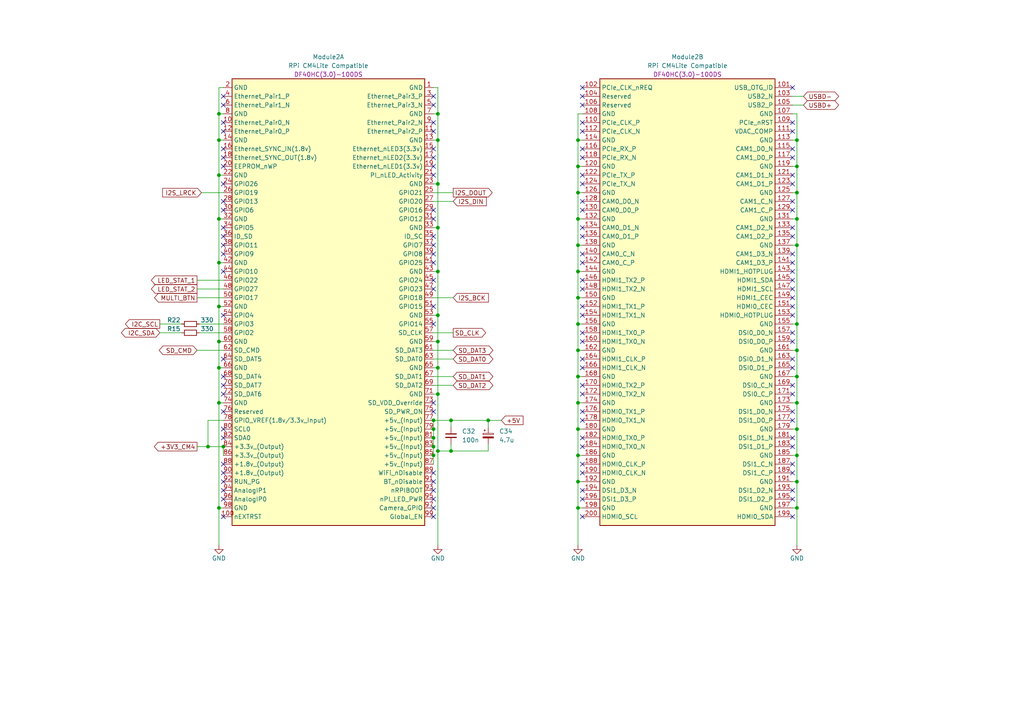
<source format=kicad_sch>
(kicad_sch (version 20230121) (generator eeschema)
  (paper "A4")
  (lib_symbols
    (symbol "Device:C_Polarized_Small" (pin_numbers hide) (pin_names (offset 0.254) hide)
      (property "Reference" "C" (at 0.254 1.778 0))
      (property "Value" "C_Polarized_Small" (at 0.254 -2.032 0))
      (symbol "C_Polarized_Small_0_1"
        (rectangle (start -1.524 -0.3048) (end 1.524 -0.6858) (fill (type outline)))
        (rectangle (start -1.524 0.6858) (end 1.524 0.3048))
        (polyline (pts (xy -1.27 1.524) (xy -0.762 1.524)))
        (polyline (pts (xy -1.016 1.27) (xy -1.016 1.778)))
      )
      (symbol "C_Polarized_Small_1_1"
        (pin passive line (at 0 2.54 270) (length 1.8542) (name "~") (number "1"))
        (pin passive line (at 0 -2.54 90) (length 1.8542) (name "~") (number "2"))
      )
    )
    (symbol "Device:C_Small" (pin_numbers hide) (pin_names (offset 0.254) hide)
      (property "Reference" "C" (at 0.254 1.778 0))
      (property "Value" "C_Small" (at 0.254 -2.032 0))
      (symbol "C_Small_0_1"
        (polyline (pts (xy -1.524 -0.508) (xy 1.524 -0.508)) (stroke (width 0.3302)))
        (polyline (pts (xy -1.524 0.508) (xy 1.524 0.508)) (stroke (width 0.3048)))
      )
      (symbol "C_Small_1_1"
        (pin passive line (at 0 2.54 270) (length 2.032) (name "~") (number "1"))
        (pin passive line (at 0 -2.54 90) (length 2.032) (name "~") (number "2"))
      )
    )
    (symbol "Device:R_Small" (pin_numbers hide) (pin_names (offset 0.254) hide)
      (property "Reference" "R" (at 0.762 0.508 0))
      (property "Value" "R_Small" (at 0.762 -1.016 0))
      (symbol "R_Small_0_1"
        (rectangle (start -0.762 1.778) (end 0.762 -1.778) (stroke (width 0.2032)))
      )
      (symbol "R_Small_1_1"
        (pin passive line (at 0 2.54 270) (length 0.762) (name "~") (number "1"))
        (pin passive line (at 0 -2.54 90) (length 0.762) (name "~") (number "2"))
      )
    )
    (symbol "NeuralTone:RPi_CM4"
      (property "Reference" "Module" (at 0 67.945 0))
      (property "Value" "RPi CM4Lite Compatible" (at 0 65.405 0))
      (property "Field5" "DF40HC(3.0)-100DS" (at 0 60.325 0))
      (symbol "RPi_CM4_1_1"
        (rectangle (start -27.94 58.42) (end 27.94 -71.12) (stroke (width 0.254)) (fill (type background)))
        (pin power_in line (at 30.48 55.88 180) (length 2.54) (name "GND") (number "1"))
        (pin passive line (at -30.48 45.72 0) (length 2.54) (name "Ethernet_Pair0_N") (number "10"))
        (pin output line (at -30.48 -68.58 0) (length 2.54) (name "nEXTRST") (number "100"))
        (pin passive line (at 30.48 43.18 180) (length 2.54) (name "Ethernet_Pair2_P") (number "11"))
        (pin passive line (at -30.48 43.18 0) (length 2.54) (name "Ethernet_Pair0_P") (number "12"))
        (pin power_in line (at 30.48 40.64 180) (length 2.54) (name "GND") (number "13"))
        (pin power_in line (at -30.48 40.64 0) (length 2.54) (name "GND") (number "14"))
        (pin output line (at 30.48 38.1 180) (length 2.54) (name "Ethernet_nLED3(3.3v)") (number "15"))
        (pin input line (at -30.48 38.1 0) (length 2.54) (name "Ethernet_SYNC_IN(1.8v)") (number "16"))
        (pin output line (at 30.48 35.56 180) (length 2.54) (name "Ethernet_nLED2(3.3v)") (number "17"))
        (pin input line (at -30.48 35.56 0) (length 2.54) (name "Ethernet_SYNC_OUT(1.8v)") (number "18"))
        (pin output line (at 30.48 33.02 180) (length 2.54) (name "Ethernet_nLED1(3.3v)") (number "19"))
        (pin power_in line (at -30.48 55.88 0) (length 2.54) (name "GND") (number "2"))
        (pin passive line (at -30.48 33.02 0) (length 2.54) (name "EEPROM_nWP") (number "20"))
        (pin open_collector line (at 30.48 30.48 180) (length 2.54) (name "PI_nLED_Activity") (number "21"))
        (pin power_in line (at -30.48 30.48 0) (length 2.54) (name "GND") (number "22"))
        (pin power_in line (at 30.48 27.94 180) (length 2.54) (name "GND") (number "23"))
        (pin passive line (at -30.48 27.94 0) (length 2.54) (name "GPIO26") (number "24"))
        (pin passive line (at 30.48 25.4 180) (length 2.54) (name "GPIO21") (number "25"))
        (pin passive line (at -30.48 25.4 0) (length 2.54) (name "GPIO19") (number "26"))
        (pin passive line (at 30.48 22.86 180) (length 2.54) (name "GPIO20") (number "27"))
        (pin passive line (at -30.48 22.86 0) (length 2.54) (name "GPIO13") (number "28"))
        (pin passive line (at 30.48 20.32 180) (length 2.54) (name "GPIO16") (number "29"))
        (pin passive line (at 30.48 53.34 180) (length 2.54) (name "Ethernet_Pair3_P") (number "3"))
        (pin passive line (at -30.48 20.32 0) (length 2.54) (name "GPIO6") (number "30"))
        (pin passive line (at 30.48 17.78 180) (length 2.54) (name "GPIO12") (number "31"))
        (pin power_in line (at -30.48 17.78 0) (length 2.54) (name "GND") (number "32"))
        (pin power_in line (at 30.48 15.24 180) (length 2.54) (name "GND") (number "33"))
        (pin passive line (at -30.48 15.24 0) (length 2.54) (name "GPIO5") (number "34"))
        (pin passive line (at 30.48 12.7 180) (length 2.54) (name "ID_SC") (number "35"))
        (pin passive line (at -30.48 12.7 0) (length 2.54) (name "ID_SD") (number "36"))
        (pin passive line (at 30.48 10.16 180) (length 2.54) (name "GPIO7") (number "37"))
        (pin passive line (at -30.48 10.16 0) (length 2.54) (name "GPIO11") (number "38"))
        (pin passive line (at 30.48 7.62 180) (length 2.54) (name "GPIO8") (number "39"))
        (pin passive line (at -30.48 53.34 0) (length 2.54) (name "Ethernet_Pair1_P") (number "4"))
        (pin passive line (at -30.48 7.62 0) (length 2.54) (name "GPIO9") (number "40"))
        (pin passive line (at 30.48 5.08 180) (length 2.54) (name "GPIO25") (number "41"))
        (pin power_in line (at -30.48 5.08 0) (length 2.54) (name "GND") (number "42"))
        (pin power_in line (at 30.48 2.54 180) (length 2.54) (name "GND") (number "43"))
        (pin passive line (at -30.48 2.54 0) (length 2.54) (name "GPIO10") (number "44"))
        (pin passive line (at 30.48 0 180) (length 2.54) (name "GPIO24") (number "45"))
        (pin passive line (at -30.48 0 0) (length 2.54) (name "GPIO22") (number "46"))
        (pin passive line (at 30.48 -2.54 180) (length 2.54) (name "GPIO23") (number "47"))
        (pin passive line (at -30.48 -2.54 0) (length 2.54) (name "GPIO27") (number "48"))
        (pin passive line (at 30.48 -5.08 180) (length 2.54) (name "GPIO18") (number "49"))
        (pin passive line (at 30.48 50.8 180) (length 2.54) (name "Ethernet_Pair3_N") (number "5"))
        (pin passive line (at -30.48 -5.08 0) (length 2.54) (name "GPIO17") (number "50"))
        (pin passive line (at 30.48 -7.62 180) (length 2.54) (name "GPIO15") (number "51"))
        (pin power_in line (at -30.48 -7.62 0) (length 2.54) (name "GND") (number "52"))
        (pin power_in line (at 30.48 -10.16 180) (length 2.54) (name "GND") (number "53"))
        (pin passive line (at -30.48 -10.16 0) (length 2.54) (name "GPIO4") (number "54"))
        (pin passive line (at 30.48 -12.7 180) (length 2.54) (name "GPIO14") (number "55"))
        (pin passive line (at -30.48 -12.7 0) (length 2.54) (name "GPIO3") (number "56"))
        (pin passive line (at 30.48 -15.24 180) (length 2.54) (name "SD_CLK") (number "57"))
        (pin passive line (at -30.48 -15.24 0) (length 2.54) (name "GPIO2") (number "58"))
        (pin power_in line (at 30.48 -17.78 180) (length 2.54) (name "GND") (number "59"))
        (pin passive line (at -30.48 50.8 0) (length 2.54) (name "Ethernet_Pair1_N") (number "6"))
        (pin power_in line (at -30.48 -17.78 0) (length 2.54) (name "GND") (number "60"))
        (pin passive line (at 30.48 -20.32 180) (length 2.54) (name "SD_DAT3") (number "61"))
        (pin passive line (at -30.48 -20.32 0) (length 2.54) (name "SD_CMD") (number "62"))
        (pin passive line (at 30.48 -22.86 180) (length 2.54) (name "SD_DAT0") (number "63"))
        (pin passive line (at -30.48 -22.86 0) (length 2.54) (name "SD_DAT5") (number "64"))
        (pin power_in line (at 30.48 -25.4 180) (length 2.54) (name "GND") (number "65"))
        (pin power_in line (at -30.48 -25.4 0) (length 2.54) (name "GND") (number "66"))
        (pin passive line (at 30.48 -27.94 180) (length 2.54) (name "SD_DAT1") (number "67"))
        (pin passive line (at -30.48 -27.94 0) (length 2.54) (name "SD_DAT4") (number "68"))
        (pin passive line (at 30.48 -30.48 180) (length 2.54) (name "SD_DAT2") (number "69"))
        (pin power_in line (at 30.48 48.26 180) (length 2.54) (name "GND") (number "7"))
        (pin passive line (at -30.48 -30.48 0) (length 2.54) (name "SD_DAT7") (number "70"))
        (pin power_in line (at 30.48 -33.02 180) (length 2.54) (name "GND") (number "71"))
        (pin passive line (at -30.48 -33.02 0) (length 2.54) (name "SD_DAT6") (number "72"))
        (pin input line (at 30.48 -35.56 180) (length 2.54) (name "SD_VDD_Override") (number "73"))
        (pin power_in line (at -30.48 -35.56 0) (length 2.54) (name "GND") (number "74"))
        (pin output line (at 30.48 -38.1 180) (length 2.54) (name "SD_PWR_ON") (number "75"))
        (pin passive line (at -30.48 -38.1 0) (length 2.54) (name "Reserved") (number "76"))
        (pin power_in line (at 30.48 -40.64 180) (length 2.54) (name "+5v_(Input)") (number "77"))
        (pin power_in line (at -30.48 -40.64 0) (length 2.54) (name "GPIO_VREF(1.8v/3.3v_Input)") (number "78"))
        (pin power_in line (at 30.48 -43.18 180) (length 2.54) (name "+5v_(Input)") (number "79"))
        (pin power_in line (at -30.48 48.26 0) (length 2.54) (name "GND") (number "8"))
        (pin passive line (at -30.48 -43.18 0) (length 2.54) (name "SCL0") (number "80"))
        (pin power_in line (at 30.48 -45.72 180) (length 2.54) (name "+5v_(Input)") (number "81"))
        (pin passive line (at -30.48 -45.72 0) (length 2.54) (name "SDA0") (number "82"))
        (pin power_in line (at 30.48 -48.26 180) (length 2.54) (name "+5v_(Input)") (number "83"))
        (pin power_out line (at -30.48 -48.26 0) (length 2.54) (name "+3.3v_(Output)") (number "84"))
        (pin power_in line (at 30.48 -50.8 180) (length 2.54) (name "+5v_(Input)") (number "85"))
        (pin power_out line (at -30.48 -50.8 0) (length 2.54) (name "+3.3v_(Output)") (number "86"))
        (pin power_in line (at 30.48 -53.34 180) (length 2.54) (name "+5v_(Input)") (number "87"))
        (pin power_out line (at -30.48 -53.34 0) (length 2.54) (name "+1.8v_(Output)") (number "88"))
        (pin power_in line (at 30.48 -55.88 180) (length 2.54) (name "WiFi_nDisable") (number "89"))
        (pin passive line (at 30.48 45.72 180) (length 2.54) (name "Ethernet_Pair2_N") (number "9"))
        (pin power_out line (at -30.48 -55.88 0) (length 2.54) (name "+1.8v_(Output)") (number "90"))
        (pin power_in line (at 30.48 -58.42 180) (length 2.54) (name "BT_nDisable") (number "91"))
        (pin passive line (at -30.48 -58.42 0) (length 2.54) (name "RUN_PG") (number "92"))
        (pin input line (at 30.48 -60.96 180) (length 2.54) (name "nRPIBOOT") (number "93"))
        (pin passive line (at -30.48 -60.96 0) (length 2.54) (name "AnalogIP1") (number "94"))
        (pin output line (at 30.48 -63.5 180) (length 2.54) (name "nPI_LED_PWR") (number "95"))
        (pin passive line (at -30.48 -63.5 0) (length 2.54) (name "AnalogIP0") (number "96"))
        (pin passive line (at 30.48 -66.04 180) (length 2.54) (name "Camera_GPIO") (number "97"))
        (pin power_in line (at -30.48 -66.04 0) (length 2.54) (name "GND") (number "98"))
        (pin input line (at 30.48 -68.58 180) (length 2.54) (name "Global_EN") (number "99"))
      )
      (symbol "RPi_CM4_2_1"
        (rectangle (start -25.4 58.42) (end 25.4 -71.12) (stroke (width 0.254)) (fill (type background)))
        (pin input line (at 30.48 55.88 180) (length 5.08) (name "USB_OTG_ID") (number "101"))
        (pin input line (at -30.48 55.88 0) (length 5.08) (name "PCIe_CLK_nREQ") (number "102"))
        (pin passive line (at 30.48 53.34 180) (length 5.08) (name "USB2_N") (number "103"))
        (pin passive line (at -30.48 53.34 0) (length 5.08) (name "Reserved") (number "104"))
        (pin passive line (at 30.48 50.8 180) (length 5.08) (name "USB2_P") (number "105"))
        (pin passive line (at -30.48 50.8 0) (length 5.08) (name "Reserved") (number "106"))
        (pin power_in line (at 30.48 48.26 180) (length 5.08) (name "GND") (number "107"))
        (pin power_in line (at -30.48 48.26 0) (length 5.08) (name "GND") (number "108"))
        (pin bidirectional line (at 30.48 45.72 180) (length 5.08) (name "PCIe_nRST") (number "109"))
        (pin output line (at -30.48 45.72 0) (length 5.08) (name "PCIe_CLK_P") (number "110"))
        (pin passive line (at 30.48 43.18 180) (length 5.08) (name "VDAC_COMP") (number "111"))
        (pin output line (at -30.48 43.18 0) (length 5.08) (name "PCIe_CLK_N") (number "112"))
        (pin power_in line (at 30.48 40.64 180) (length 5.08) (name "GND") (number "113"))
        (pin power_in line (at -30.48 40.64 0) (length 5.08) (name "GND") (number "114"))
        (pin input line (at 30.48 38.1 180) (length 5.08) (name "CAM1_D0_N") (number "115"))
        (pin input line (at -30.48 38.1 0) (length 5.08) (name "PCIe_RX_P") (number "116"))
        (pin input line (at 30.48 35.56 180) (length 5.08) (name "CAM1_D0_P") (number "117"))
        (pin input line (at -30.48 35.56 0) (length 5.08) (name "PCIe_RX_N") (number "118"))
        (pin power_in line (at 30.48 33.02 180) (length 5.08) (name "GND") (number "119"))
        (pin power_in line (at -30.48 33.02 0) (length 5.08) (name "GND") (number "120"))
        (pin input line (at 30.48 30.48 180) (length 5.08) (name "CAM1_D1_N") (number "121"))
        (pin output line (at -30.48 30.48 0) (length 5.08) (name "PCIe_TX_P") (number "122"))
        (pin input line (at 30.48 27.94 180) (length 5.08) (name "CAM1_D1_P") (number "123"))
        (pin output line (at -30.48 27.94 0) (length 5.08) (name "PCIe_TX_N") (number "124"))
        (pin power_in line (at 30.48 25.4 180) (length 5.08) (name "GND") (number "125"))
        (pin power_in line (at -30.48 25.4 0) (length 5.08) (name "GND") (number "126"))
        (pin input line (at 30.48 22.86 180) (length 5.08) (name "CAM1_C_N") (number "127"))
        (pin input line (at -30.48 22.86 0) (length 5.08) (name "CAM0_D0_N") (number "128"))
        (pin input line (at 30.48 20.32 180) (length 5.08) (name "CAM1_C_P") (number "129"))
        (pin input line (at -30.48 20.32 0) (length 5.08) (name "CAM0_D0_P") (number "130"))
        (pin power_in line (at 30.48 17.78 180) (length 5.08) (name "GND") (number "131"))
        (pin power_in line (at -30.48 17.78 0) (length 5.08) (name "GND") (number "132"))
        (pin input line (at 30.48 15.24 180) (length 5.08) (name "CAM1_D2_N") (number "133"))
        (pin input line (at -30.48 15.24 0) (length 5.08) (name "CAM0_D1_N") (number "134"))
        (pin input line (at 30.48 12.7 180) (length 5.08) (name "CAM1_D2_P") (number "135"))
        (pin input line (at -30.48 12.7 0) (length 5.08) (name "CAM0_D1_P") (number "136"))
        (pin power_in line (at 30.48 10.16 180) (length 5.08) (name "GND") (number "137"))
        (pin power_in line (at -30.48 10.16 0) (length 5.08) (name "GND") (number "138"))
        (pin input line (at 30.48 7.62 180) (length 5.08) (name "CAM1_D3_N") (number "139"))
        (pin input line (at -30.48 7.62 0) (length 5.08) (name "CAM0_C_N") (number "140"))
        (pin input line (at 30.48 5.08 180) (length 5.08) (name "CAM1_D3_P") (number "141"))
        (pin input line (at -30.48 5.08 0) (length 5.08) (name "CAM0_C_P") (number "142"))
        (pin input line (at 30.48 2.54 180) (length 5.08) (name "HDMI1_HOTPLUG") (number "143"))
        (pin power_in line (at -30.48 2.54 0) (length 5.08) (name "GND") (number "144"))
        (pin bidirectional line (at 30.48 0 180) (length 5.08) (name "HDMI1_SDA") (number "145"))
        (pin output line (at -30.48 0 0) (length 5.08) (name "HDMI1_TX2_P") (number "146"))
        (pin open_collector line (at 30.48 -2.54 180) (length 5.08) (name "HDMI1_SCL") (number "147"))
        (pin output line (at -30.48 -2.54 0) (length 5.08) (name "HDMI1_TX2_N") (number "148"))
        (pin open_collector line (at 30.48 -5.08 180) (length 5.08) (name "HDMI1_CEC") (number "149"))
        (pin power_in line (at -30.48 -5.08 0) (length 5.08) (name "GND") (number "150"))
        (pin open_collector line (at 30.48 -7.62 180) (length 5.08) (name "HDMI0_CEC") (number "151"))
        (pin output line (at -30.48 -7.62 0) (length 5.08) (name "HDMI1_TX1_P") (number "152"))
        (pin input line (at 30.48 -10.16 180) (length 5.08) (name "HDMI0_HOTPLUG") (number "153"))
        (pin output line (at -30.48 -10.16 0) (length 5.08) (name "HDMI1_TX1_N") (number "154"))
        (pin power_in line (at 30.48 -12.7 180) (length 5.08) (name "GND") (number "155"))
        (pin power_in line (at -30.48 -12.7 0) (length 5.08) (name "GND") (number "156"))
        (pin output line (at 30.48 -15.24 180) (length 5.08) (name "DSI0_D0_N") (number "157"))
        (pin output line (at -30.48 -15.24 0) (length 5.08) (name "HDMI1_TX0_P") (number "158"))
        (pin output line (at 30.48 -17.78 180) (length 5.08) (name "DSI0_D0_P") (number "159"))
        (pin output line (at -30.48 -17.78 0) (length 5.08) (name "HDMI1_TX0_N") (number "160"))
        (pin power_in line (at 30.48 -20.32 180) (length 5.08) (name "GND") (number "161"))
        (pin power_in line (at -30.48 -20.32 0) (length 5.08) (name "GND") (number "162"))
        (pin output line (at 30.48 -22.86 180) (length 5.08) (name "DSI0_D1_N") (number "163"))
        (pin output line (at -30.48 -22.86 0) (length 5.08) (name "HDMI1_CLK_P") (number "164"))
        (pin output line (at 30.48 -25.4 180) (length 5.08) (name "DSI0_D1_P") (number "165"))
        (pin output line (at -30.48 -25.4 0) (length 5.08) (name "HDMI1_CLK_N") (number "166"))
        (pin power_in line (at 30.48 -27.94 180) (length 5.08) (name "GND") (number "167"))
        (pin power_in line (at -30.48 -27.94 0) (length 5.08) (name "GND") (number "168"))
        (pin output line (at 30.48 -30.48 180) (length 5.08) (name "DSI0_C_N") (number "169"))
        (pin output line (at -30.48 -30.48 0) (length 5.08) (name "HDMI0_TX2_P") (number "170"))
        (pin output line (at 30.48 -33.02 180) (length 5.08) (name "DSI0_C_P") (number "171"))
        (pin output line (at -30.48 -33.02 0) (length 5.08) (name "HDMI0_TX2_N") (number "172"))
        (pin power_in line (at 30.48 -35.56 180) (length 5.08) (name "GND") (number "173"))
        (pin power_in line (at -30.48 -35.56 0) (length 5.08) (name "GND") (number "174"))
        (pin output line (at 30.48 -38.1 180) (length 5.08) (name "DSI1_D0_N") (number "175"))
        (pin output line (at -30.48 -38.1 0) (length 5.08) (name "HDMI0_TX1_P") (number "176"))
        (pin output line (at 30.48 -40.64 180) (length 5.08) (name "DSI1_D0_P") (number "177"))
        (pin output line (at -30.48 -40.64 0) (length 5.08) (name "HDMI0_TX1_N") (number "178"))
        (pin power_in line (at 30.48 -43.18 180) (length 5.08) (name "GND") (number "179"))
        (pin power_in line (at -30.48 -43.18 0) (length 5.08) (name "GND") (number "180"))
        (pin output line (at 30.48 -45.72 180) (length 5.08) (name "DSI1_D1_N") (number "181"))
        (pin output line (at -30.48 -45.72 0) (length 5.08) (name "HDMI0_TX0_P") (number "182"))
        (pin output line (at 30.48 -48.26 180) (length 5.08) (name "DSI1_D1_P") (number "183"))
        (pin output line (at -30.48 -48.26 0) (length 5.08) (name "HDMI0_TX0_N") (number "184"))
        (pin power_in line (at 30.48 -50.8 180) (length 5.08) (name "GND") (number "185"))
        (pin power_in line (at -30.48 -50.8 0) (length 5.08) (name "GND") (number "186"))
        (pin output line (at 30.48 -53.34 180) (length 5.08) (name "DSI1_C_N") (number "187"))
        (pin output line (at -30.48 -53.34 0) (length 5.08) (name "HDMI0_CLK_P") (number "188"))
        (pin output line (at 30.48 -55.88 180) (length 5.08) (name "DSI1_C_P") (number "189"))
        (pin output line (at -30.48 -55.88 0) (length 5.08) (name "HDMI0_CLK_N") (number "190"))
        (pin power_in line (at 30.48 -58.42 180) (length 5.08) (name "GND") (number "191"))
        (pin power_in line (at -30.48 -58.42 0) (length 5.08) (name "GND") (number "192"))
        (pin output line (at 30.48 -60.96 180) (length 5.08) (name "DSI1_D2_N") (number "193"))
        (pin output line (at -30.48 -60.96 0) (length 5.08) (name "DSI1_D3_N") (number "194"))
        (pin output line (at 30.48 -63.5 180) (length 5.08) (name "DSI1_D2_P") (number "195"))
        (pin output line (at -30.48 -63.5 0) (length 5.08) (name "DSI1_D3_P") (number "196"))
        (pin power_in line (at 30.48 -66.04 180) (length 5.08) (name "GND") (number "197"))
        (pin power_in line (at -30.48 -66.04 0) (length 5.08) (name "GND") (number "198"))
        (pin bidirectional line (at 30.48 -68.58 180) (length 5.08) (name "HDMI0_SDA") (number "199"))
        (pin open_collector line (at -30.48 -68.58 0) (length 5.08) (name "HDMI0_SCL") (number "200"))
      )
    )
    (symbol "RPi_CM4_1"
      (property "Reference" "Module" (at 0 67.945 0))
      (property "Value" "RPi CM4Lite Compatible" (at 0 65.405 0))
      (property "Field5" "DF40HC(3.0)-100DS" (at 0 60.325 0))
      (symbol "RPi_CM4_1_1_1"
        (rectangle (start -27.94 58.42) (end 27.94 -71.12) (stroke (width 0.254)) (fill (type background)))
        (pin power_in line (at 30.48 55.88 180) (length 2.54) (name "GND") (number "1"))
        (pin passive line (at -30.48 45.72 0) (length 2.54) (name "Ethernet_Pair0_N") (number "10"))
        (pin output line (at -30.48 -68.58 0) (length 2.54) (name "nEXTRST") (number "100"))
        (pin passive line (at 30.48 43.18 180) (length 2.54) (name "Ethernet_Pair2_P") (number "11"))
        (pin passive line (at -30.48 43.18 0) (length 2.54) (name "Ethernet_Pair0_P") (number "12"))
        (pin power_in line (at 30.48 40.64 180) (length 2.54) (name "GND") (number "13"))
        (pin power_in line (at -30.48 40.64 0) (length 2.54) (name "GND") (number "14"))
        (pin output line (at 30.48 38.1 180) (length 2.54) (name "Ethernet_nLED3(3.3v)") (number "15"))
        (pin input line (at -30.48 38.1 0) (length 2.54) (name "Ethernet_SYNC_IN(1.8v)") (number "16"))
        (pin output line (at 30.48 35.56 180) (length 2.54) (name "Ethernet_nLED2(3.3v)") (number "17"))
        (pin input line (at -30.48 35.56 0) (length 2.54) (name "Ethernet_SYNC_OUT(1.8v)") (number "18"))
        (pin output line (at 30.48 33.02 180) (length 2.54) (name "Ethernet_nLED1(3.3v)") (number "19"))
        (pin power_in line (at -30.48 55.88 0) (length 2.54) (name "GND") (number "2"))
        (pin passive line (at -30.48 33.02 0) (length 2.54) (name "EEPROM_nWP") (number "20"))
        (pin open_collector line (at 30.48 30.48 180) (length 2.54) (name "PI_nLED_Activity") (number "21"))
        (pin power_in line (at -30.48 30.48 0) (length 2.54) (name "GND") (number "22"))
        (pin power_in line (at 30.48 27.94 180) (length 2.54) (name "GND") (number "23"))
        (pin passive line (at -30.48 27.94 0) (length 2.54) (name "GPIO26") (number "24"))
        (pin passive line (at 30.48 25.4 180) (length 2.54) (name "GPIO21") (number "25"))
        (pin passive line (at -30.48 25.4 0) (length 2.54) (name "GPIO19") (number "26"))
        (pin passive line (at 30.48 22.86 180) (length 2.54) (name "GPIO20") (number "27"))
        (pin passive line (at -30.48 22.86 0) (length 2.54) (name "GPIO13") (number "28"))
        (pin passive line (at 30.48 20.32 180) (length 2.54) (name "GPIO16") (number "29"))
        (pin passive line (at 30.48 53.34 180) (length 2.54) (name "Ethernet_Pair3_P") (number "3"))
        (pin passive line (at -30.48 20.32 0) (length 2.54) (name "GPIO6") (number "30"))
        (pin passive line (at 30.48 17.78 180) (length 2.54) (name "GPIO12") (number "31"))
        (pin power_in line (at -30.48 17.78 0) (length 2.54) (name "GND") (number "32"))
        (pin power_in line (at 30.48 15.24 180) (length 2.54) (name "GND") (number "33"))
        (pin passive line (at -30.48 15.24 0) (length 2.54) (name "GPIO5") (number "34"))
        (pin passive line (at 30.48 12.7 180) (length 2.54) (name "ID_SC") (number "35"))
        (pin passive line (at -30.48 12.7 0) (length 2.54) (name "ID_SD") (number "36"))
        (pin passive line (at 30.48 10.16 180) (length 2.54) (name "GPIO7") (number "37"))
        (pin passive line (at -30.48 10.16 0) (length 2.54) (name "GPIO11") (number "38"))
        (pin passive line (at 30.48 7.62 180) (length 2.54) (name "GPIO8") (number "39"))
        (pin passive line (at -30.48 53.34 0) (length 2.54) (name "Ethernet_Pair1_P") (number "4"))
        (pin passive line (at -30.48 7.62 0) (length 2.54) (name "GPIO9") (number "40"))
        (pin passive line (at 30.48 5.08 180) (length 2.54) (name "GPIO25") (number "41"))
        (pin power_in line (at -30.48 5.08 0) (length 2.54) (name "GND") (number "42"))
        (pin power_in line (at 30.48 2.54 180) (length 2.54) (name "GND") (number "43"))
        (pin passive line (at -30.48 2.54 0) (length 2.54) (name "GPIO10") (number "44"))
        (pin passive line (at 30.48 0 180) (length 2.54) (name "GPIO24") (number "45"))
        (pin passive line (at -30.48 0 0) (length 2.54) (name "GPIO22") (number "46"))
        (pin passive line (at 30.48 -2.54 180) (length 2.54) (name "GPIO23") (number "47"))
        (pin passive line (at -30.48 -2.54 0) (length 2.54) (name "GPIO27") (number "48"))
        (pin passive line (at 30.48 -5.08 180) (length 2.54) (name "GPIO18") (number "49"))
        (pin passive line (at 30.48 50.8 180) (length 2.54) (name "Ethernet_Pair3_N") (number "5"))
        (pin passive line (at -30.48 -5.08 0) (length 2.54) (name "GPIO17") (number "50"))
        (pin passive line (at 30.48 -7.62 180) (length 2.54) (name "GPIO15") (number "51"))
        (pin power_in line (at -30.48 -7.62 0) (length 2.54) (name "GND") (number "52"))
        (pin power_in line (at 30.48 -10.16 180) (length 2.54) (name "GND") (number "53"))
        (pin passive line (at -30.48 -10.16 0) (length 2.54) (name "GPIO4") (number "54"))
        (pin passive line (at 30.48 -12.7 180) (length 2.54) (name "GPIO14") (number "55"))
        (pin passive line (at -30.48 -12.7 0) (length 2.54) (name "GPIO3") (number "56"))
        (pin passive line (at 30.48 -15.24 180) (length 2.54) (name "SD_CLK") (number "57"))
        (pin passive line (at -30.48 -15.24 0) (length 2.54) (name "GPIO2") (number "58"))
        (pin power_in line (at 30.48 -17.78 180) (length 2.54) (name "GND") (number "59"))
        (pin passive line (at -30.48 50.8 0) (length 2.54) (name "Ethernet_Pair1_N") (number "6"))
        (pin power_in line (at -30.48 -17.78 0) (length 2.54) (name "GND") (number "60"))
        (pin passive line (at 30.48 -20.32 180) (length 2.54) (name "SD_DAT3") (number "61"))
        (pin passive line (at -30.48 -20.32 0) (length 2.54) (name "SD_CMD") (number "62"))
        (pin passive line (at 30.48 -22.86 180) (length 2.54) (name "SD_DAT0") (number "63"))
        (pin passive line (at -30.48 -22.86 0) (length 2.54) (name "SD_DAT5") (number "64"))
        (pin power_in line (at 30.48 -25.4 180) (length 2.54) (name "GND") (number "65"))
        (pin power_in line (at -30.48 -25.4 0) (length 2.54) (name "GND") (number "66"))
        (pin passive line (at 30.48 -27.94 180) (length 2.54) (name "SD_DAT1") (number "67"))
        (pin passive line (at -30.48 -27.94 0) (length 2.54) (name "SD_DAT4") (number "68"))
        (pin passive line (at 30.48 -30.48 180) (length 2.54) (name "SD_DAT2") (number "69"))
        (pin power_in line (at 30.48 48.26 180) (length 2.54) (name "GND") (number "7"))
        (pin passive line (at -30.48 -30.48 0) (length 2.54) (name "SD_DAT7") (number "70"))
        (pin power_in line (at 30.48 -33.02 180) (length 2.54) (name "GND") (number "71"))
        (pin passive line (at -30.48 -33.02 0) (length 2.54) (name "SD_DAT6") (number "72"))
        (pin input line (at 30.48 -35.56 180) (length 2.54) (name "SD_VDD_Override") (number "73"))
        (pin power_in line (at -30.48 -35.56 0) (length 2.54) (name "GND") (number "74"))
        (pin output line (at 30.48 -38.1 180) (length 2.54) (name "SD_PWR_ON") (number "75"))
        (pin passive line (at -30.48 -38.1 0) (length 2.54) (name "Reserved") (number "76"))
        (pin power_in line (at 30.48 -40.64 180) (length 2.54) (name "+5v_(Input)") (number "77"))
        (pin power_in line (at -30.48 -40.64 0) (length 2.54) (name "GPIO_VREF(1.8v/3.3v_Input)") (number "78"))
        (pin power_in line (at 30.48 -43.18 180) (length 2.54) (name "+5v_(Input)") (number "79"))
        (pin power_in line (at -30.48 48.26 0) (length 2.54) (name "GND") (number "8"))
        (pin passive line (at -30.48 -43.18 0) (length 2.54) (name "SCL0") (number "80"))
        (pin power_in line (at 30.48 -45.72 180) (length 2.54) (name "+5v_(Input)") (number "81"))
        (pin passive line (at -30.48 -45.72 0) (length 2.54) (name "SDA0") (number "82"))
        (pin power_in line (at 30.48 -48.26 180) (length 2.54) (name "+5v_(Input)") (number "83"))
        (pin power_out line (at -30.48 -48.26 0) (length 2.54) (name "+3.3v_(Output)") (number "84"))
        (pin power_in line (at 30.48 -50.8 180) (length 2.54) (name "+5v_(Input)") (number "85"))
        (pin power_out line (at -30.48 -50.8 0) (length 2.54) (name "+3.3v_(Output)") (number "86"))
        (pin power_in line (at 30.48 -53.34 180) (length 2.54) (name "+5v_(Input)") (number "87"))
        (pin power_out line (at -30.48 -53.34 0) (length 2.54) (name "+1.8v_(Output)") (number "88"))
        (pin power_in line (at 30.48 -55.88 180) (length 2.54) (name "WiFi_nDisable") (number "89"))
        (pin passive line (at 30.48 45.72 180) (length 2.54) (name "Ethernet_Pair2_N") (number "9"))
        (pin power_out line (at -30.48 -55.88 0) (length 2.54) (name "+1.8v_(Output)") (number "90"))
        (pin power_in line (at 30.48 -58.42 180) (length 2.54) (name "BT_nDisable") (number "91"))
        (pin passive line (at -30.48 -58.42 0) (length 2.54) (name "RUN_PG") (number "92"))
        (pin input line (at 30.48 -60.96 180) (length 2.54) (name "nRPIBOOT") (number "93"))
        (pin passive line (at -30.48 -60.96 0) (length 2.54) (name "AnalogIP1") (number "94"))
        (pin output line (at 30.48 -63.5 180) (length 2.54) (name "nPI_LED_PWR") (number "95"))
        (pin passive line (at -30.48 -63.5 0) (length 2.54) (name "AnalogIP0") (number "96"))
        (pin passive line (at 30.48 -66.04 180) (length 2.54) (name "Camera_GPIO") (number "97"))
        (pin power_in line (at -30.48 -66.04 0) (length 2.54) (name "GND") (number "98"))
        (pin input line (at 30.48 -68.58 180) (length 2.54) (name "Global_EN") (number "99"))
      )
      (symbol "RPi_CM4_1_2_1"
        (rectangle (start -25.4 58.42) (end 25.4 -71.12) (stroke (width 0.254)) (fill (type background)))
        (pin input line (at 30.48 55.88 180) (length 5.08) (name "USB_OTG_ID") (number "101"))
        (pin input line (at -30.48 55.88 0) (length 5.08) (name "PCIe_CLK_nREQ") (number "102"))
        (pin passive line (at 30.48 53.34 180) (length 5.08) (name "USB2_N") (number "103"))
        (pin passive line (at -30.48 53.34 0) (length 5.08) (name "Reserved") (number "104"))
        (pin passive line (at 30.48 50.8 180) (length 5.08) (name "USB2_P") (number "105"))
        (pin passive line (at -30.48 50.8 0) (length 5.08) (name "Reserved") (number "106"))
        (pin power_in line (at 30.48 48.26 180) (length 5.08) (name "GND") (number "107"))
        (pin power_in line (at -30.48 48.26 0) (length 5.08) (name "GND") (number "108"))
        (pin bidirectional line (at 30.48 45.72 180) (length 5.08) (name "PCIe_nRST") (number "109"))
        (pin output line (at -30.48 45.72 0) (length 5.08) (name "PCIe_CLK_P") (number "110"))
        (pin passive line (at 30.48 43.18 180) (length 5.08) (name "VDAC_COMP") (number "111"))
        (pin output line (at -30.48 43.18 0) (length 5.08) (name "PCIe_CLK_N") (number "112"))
        (pin power_in line (at 30.48 40.64 180) (length 5.08) (name "GND") (number "113"))
        (pin power_in line (at -30.48 40.64 0) (length 5.08) (name "GND") (number "114"))
        (pin input line (at 30.48 38.1 180) (length 5.08) (name "CAM1_D0_N") (number "115"))
        (pin input line (at -30.48 38.1 0) (length 5.08) (name "PCIe_RX_P") (number "116"))
        (pin input line (at 30.48 35.56 180) (length 5.08) (name "CAM1_D0_P") (number "117"))
        (pin input line (at -30.48 35.56 0) (length 5.08) (name "PCIe_RX_N") (number "118"))
        (pin power_in line (at 30.48 33.02 180) (length 5.08) (name "GND") (number "119"))
        (pin power_in line (at -30.48 33.02 0) (length 5.08) (name "GND") (number "120"))
        (pin input line (at 30.48 30.48 180) (length 5.08) (name "CAM1_D1_N") (number "121"))
        (pin output line (at -30.48 30.48 0) (length 5.08) (name "PCIe_TX_P") (number "122"))
        (pin input line (at 30.48 27.94 180) (length 5.08) (name "CAM1_D1_P") (number "123"))
        (pin output line (at -30.48 27.94 0) (length 5.08) (name "PCIe_TX_N") (number "124"))
        (pin power_in line (at 30.48 25.4 180) (length 5.08) (name "GND") (number "125"))
        (pin power_in line (at -30.48 25.4 0) (length 5.08) (name "GND") (number "126"))
        (pin input line (at 30.48 22.86 180) (length 5.08) (name "CAM1_C_N") (number "127"))
        (pin input line (at -30.48 22.86 0) (length 5.08) (name "CAM0_D0_N") (number "128"))
        (pin input line (at 30.48 20.32 180) (length 5.08) (name "CAM1_C_P") (number "129"))
        (pin input line (at -30.48 20.32 0) (length 5.08) (name "CAM0_D0_P") (number "130"))
        (pin power_in line (at 30.48 17.78 180) (length 5.08) (name "GND") (number "131"))
        (pin power_in line (at -30.48 17.78 0) (length 5.08) (name "GND") (number "132"))
        (pin input line (at 30.48 15.24 180) (length 5.08) (name "CAM1_D2_N") (number "133"))
        (pin input line (at -30.48 15.24 0) (length 5.08) (name "CAM0_D1_N") (number "134"))
        (pin input line (at 30.48 12.7 180) (length 5.08) (name "CAM1_D2_P") (number "135"))
        (pin input line (at -30.48 12.7 0) (length 5.08) (name "CAM0_D1_P") (number "136"))
        (pin power_in line (at 30.48 10.16 180) (length 5.08) (name "GND") (number "137"))
        (pin power_in line (at -30.48 10.16 0) (length 5.08) (name "GND") (number "138"))
        (pin input line (at 30.48 7.62 180) (length 5.08) (name "CAM1_D3_N") (number "139"))
        (pin input line (at -30.48 7.62 0) (length 5.08) (name "CAM0_C_N") (number "140"))
        (pin input line (at 30.48 5.08 180) (length 5.08) (name "CAM1_D3_P") (number "141"))
        (pin input line (at -30.48 5.08 0) (length 5.08) (name "CAM0_C_P") (number "142"))
        (pin input line (at 30.48 2.54 180) (length 5.08) (name "HDMI1_HOTPLUG") (number "143"))
        (pin power_in line (at -30.48 2.54 0) (length 5.08) (name "GND") (number "144"))
        (pin bidirectional line (at 30.48 0 180) (length 5.08) (name "HDMI1_SDA") (number "145"))
        (pin output line (at -30.48 0 0) (length 5.08) (name "HDMI1_TX2_P") (number "146"))
        (pin open_collector line (at 30.48 -2.54 180) (length 5.08) (name "HDMI1_SCL") (number "147"))
        (pin output line (at -30.48 -2.54 0) (length 5.08) (name "HDMI1_TX2_N") (number "148"))
        (pin open_collector line (at 30.48 -5.08 180) (length 5.08) (name "HDMI1_CEC") (number "149"))
        (pin power_in line (at -30.48 -5.08 0) (length 5.08) (name "GND") (number "150"))
        (pin open_collector line (at 30.48 -7.62 180) (length 5.08) (name "HDMI0_CEC") (number "151"))
        (pin output line (at -30.48 -7.62 0) (length 5.08) (name "HDMI1_TX1_P") (number "152"))
        (pin input line (at 30.48 -10.16 180) (length 5.08) (name "HDMI0_HOTPLUG") (number "153"))
        (pin output line (at -30.48 -10.16 0) (length 5.08) (name "HDMI1_TX1_N") (number "154"))
        (pin power_in line (at 30.48 -12.7 180) (length 5.08) (name "GND") (number "155"))
        (pin power_in line (at -30.48 -12.7 0) (length 5.08) (name "GND") (number "156"))
        (pin output line (at 30.48 -15.24 180) (length 5.08) (name "DSI0_D0_N") (number "157"))
        (pin output line (at -30.48 -15.24 0) (length 5.08) (name "HDMI1_TX0_P") (number "158"))
        (pin output line (at 30.48 -17.78 180) (length 5.08) (name "DSI0_D0_P") (number "159"))
        (pin output line (at -30.48 -17.78 0) (length 5.08) (name "HDMI1_TX0_N") (number "160"))
        (pin power_in line (at 30.48 -20.32 180) (length 5.08) (name "GND") (number "161"))
        (pin power_in line (at -30.48 -20.32 0) (length 5.08) (name "GND") (number "162"))
        (pin output line (at 30.48 -22.86 180) (length 5.08) (name "DSI0_D1_N") (number "163"))
        (pin output line (at -30.48 -22.86 0) (length 5.08) (name "HDMI1_CLK_P") (number "164"))
        (pin output line (at 30.48 -25.4 180) (length 5.08) (name "DSI0_D1_P") (number "165"))
        (pin output line (at -30.48 -25.4 0) (length 5.08) (name "HDMI1_CLK_N") (number "166"))
        (pin power_in line (at 30.48 -27.94 180) (length 5.08) (name "GND") (number "167"))
        (pin power_in line (at -30.48 -27.94 0) (length 5.08) (name "GND") (number "168"))
        (pin output line (at 30.48 -30.48 180) (length 5.08) (name "DSI0_C_N") (number "169"))
        (pin output line (at -30.48 -30.48 0) (length 5.08) (name "HDMI0_TX2_P") (number "170"))
        (pin output line (at 30.48 -33.02 180) (length 5.08) (name "DSI0_C_P") (number "171"))
        (pin output line (at -30.48 -33.02 0) (length 5.08) (name "HDMI0_TX2_N") (number "172"))
        (pin power_in line (at 30.48 -35.56 180) (length 5.08) (name "GND") (number "173"))
        (pin power_in line (at -30.48 -35.56 0) (length 5.08) (name "GND") (number "174"))
        (pin output line (at 30.48 -38.1 180) (length 5.08) (name "DSI1_D0_N") (number "175"))
        (pin output line (at -30.48 -38.1 0) (length 5.08) (name "HDMI0_TX1_P") (number "176"))
        (pin output line (at 30.48 -40.64 180) (length 5.08) (name "DSI1_D0_P") (number "177"))
        (pin output line (at -30.48 -40.64 0) (length 5.08) (name "HDMI0_TX1_N") (number "178"))
        (pin power_in line (at 30.48 -43.18 180) (length 5.08) (name "GND") (number "179"))
        (pin power_in line (at -30.48 -43.18 0) (length 5.08) (name "GND") (number "180"))
        (pin output line (at 30.48 -45.72 180) (length 5.08) (name "DSI1_D1_N") (number "181"))
        (pin output line (at -30.48 -45.72 0) (length 5.08) (name "HDMI0_TX0_P") (number "182"))
        (pin output line (at 30.48 -48.26 180) (length 5.08) (name "DSI1_D1_P") (number "183"))
        (pin output line (at -30.48 -48.26 0) (length 5.08) (name "HDMI0_TX0_N") (number "184"))
        (pin power_in line (at 30.48 -50.8 180) (length 5.08) (name "GND") (number "185"))
        (pin power_in line (at -30.48 -50.8 0) (length 5.08) (name "GND") (number "186"))
        (pin output line (at 30.48 -53.34 180) (length 5.08) (name "DSI1_C_N") (number "187"))
        (pin output line (at -30.48 -53.34 0) (length 5.08) (name "HDMI0_CLK_P") (number "188"))
        (pin output line (at 30.48 -55.88 180) (length 5.08) (name "DSI1_C_P") (number "189"))
        (pin output line (at -30.48 -55.88 0) (length 5.08) (name "HDMI0_CLK_N") (number "190"))
        (pin power_in line (at 30.48 -58.42 180) (length 5.08) (name "GND") (number "191"))
        (pin power_in line (at -30.48 -58.42 0) (length 5.08) (name "GND") (number "192"))
        (pin output line (at 30.48 -60.96 180) (length 5.08) (name "DSI1_D2_N") (number "193"))
        (pin output line (at -30.48 -60.96 0) (length 5.08) (name "DSI1_D3_N") (number "194"))
        (pin output line (at 30.48 -63.5 180) (length 5.08) (name "DSI1_D2_P") (number "195"))
        (pin output line (at -30.48 -63.5 0) (length 5.08) (name "DSI1_D3_P") (number "196"))
        (pin power_in line (at 30.48 -66.04 180) (length 5.08) (name "GND") (number "197"))
        (pin power_in line (at -30.48 -66.04 0) (length 5.08) (name "GND") (number "198"))
        (pin bidirectional line (at 30.48 -68.58 180) (length 5.08) (name "HDMI0_SDA") (number "199"))
        (pin open_collector line (at -30.48 -68.58 0) (length 5.08) (name "HDMI0_SCL") (number "200"))
      )
    )
    (symbol "power:GND" (power) (pin_names (offset 0))
      (property "Value" "GND" (at 0 -3.81 0))
      (symbol "GND_0_1"
        (polyline (pts (xy 0 0) (xy 0 -1.27) (xy 1.27 -1.27) (xy 0 -2.54) (xy -1.27 -1.27) (xy 0 -1.27)))
      )
      (symbol "GND_1_1"
        (pin power_in line (at 0 0 270) (length 0) hide (name "GND") (number "1"))
      )
    )
  )
  (junction (at 127 91.44))
  (junction (at 231.14 48.26))
  (junction (at 167.64 101.6))
  (junction (at 63.5 116.84))
  (junction (at 127 130.81))
  (junction (at 63.5 50.8))
  (junction (at 167.64 86.36))
  (junction (at 231.14 132.08))
  (junction (at 231.14 109.22))
  (junction (at 167.64 40.64))
  (junction (at 167.64 147.32))
  (junction (at 231.14 124.46))
  (junction (at 125.73 127))
  (junction (at 63.5 40.64))
  (junction (at 127 53.34))
  (junction (at 125.73 124.46))
  (junction (at 125.73 121.92))
  (junction (at 127 33.02))
  (junction (at 231.14 101.6))
  (junction (at 167.64 116.84))
  (junction (at 63.5 147.32))
  (junction (at 231.14 63.5))
  (junction (at 167.64 109.22))
  (junction (at 231.14 40.64))
  (junction (at 127 99.06))
  (junction (at 141.605 121.92))
  (junction (at 167.64 132.08))
  (junction (at 231.14 139.7))
  (junction (at 231.14 116.84))
  (junction (at 125.73 129.54))
  (junction (at 63.5 76.2))
  (junction (at 167.64 124.46))
  (junction (at 167.64 139.7))
  (junction (at 231.14 55.88))
  (junction (at 231.14 147.32))
  (junction (at 167.64 93.98))
  (junction (at 167.64 71.12))
  (junction (at 127 106.68))
  (junction (at 167.64 48.26))
  (junction (at 167.64 55.88))
  (junction (at 63.5 88.9))
  (junction (at 167.64 63.5))
  (junction (at 127 40.64))
  (junction (at 63.5 33.02))
  (junction (at 127 78.74))
  (junction (at 64.77 129.54))
  (junction (at 60.325 129.54))
  (junction (at 125.73 132.08))
  (junction (at 130.81 130.81))
  (junction (at 127 114.3))
  (junction (at 167.64 78.74))
  (junction (at 63.5 63.5))
  (junction (at 63.5 106.68))
  (junction (at 231.14 93.98))
  (junction (at 127 66.04))
  (junction (at 130.81 121.92))
  (junction (at 231.14 71.12))
  (junction (at 63.5 99.06))
  (no_connect (at 229.87 144.78))
  (no_connect (at 125.73 50.8))
  (no_connect (at 168.91 119.38))
  (no_connect (at 125.73 35.56))
  (no_connect (at 125.73 139.7))
  (no_connect (at 64.77 71.12))
  (no_connect (at 168.91 45.72))
  (no_connect (at 64.77 30.48))
  (no_connect (at 168.91 104.14))
  (no_connect (at 64.77 111.76))
  (no_connect (at 229.87 96.52))
  (no_connect (at 229.87 50.8))
  (no_connect (at 168.91 60.96))
  (no_connect (at 64.77 149.86))
  (no_connect (at 168.91 76.2))
  (no_connect (at 168.91 96.52))
  (no_connect (at 125.73 27.94))
  (no_connect (at 229.87 83.82))
  (no_connect (at 168.91 88.9))
  (no_connect (at 229.87 91.44))
  (no_connect (at 229.87 111.76))
  (no_connect (at 125.73 30.48))
  (no_connect (at 64.77 114.3))
  (no_connect (at 168.91 73.66))
  (no_connect (at 125.73 48.26))
  (no_connect (at 168.91 137.16))
  (no_connect (at 64.77 91.44))
  (no_connect (at 64.77 27.94))
  (no_connect (at 168.91 58.42))
  (no_connect (at 64.77 139.7))
  (no_connect (at 64.77 66.04))
  (no_connect (at 229.87 99.06))
  (no_connect (at 229.87 60.96))
  (no_connect (at 125.73 71.12))
  (no_connect (at 168.91 53.34))
  (no_connect (at 125.73 142.24))
  (no_connect (at 125.73 116.84))
  (no_connect (at 168.91 25.4))
  (no_connect (at 64.77 109.22))
  (no_connect (at 64.77 53.34))
  (no_connect (at 229.87 25.4))
  (no_connect (at 64.77 38.1))
  (no_connect (at 229.87 134.62))
  (no_connect (at 168.91 114.3))
  (no_connect (at 168.91 144.78))
  (no_connect (at 229.87 114.3))
  (no_connect (at 64.77 119.38))
  (no_connect (at 229.87 66.04))
  (no_connect (at 229.87 149.86))
  (no_connect (at 125.73 68.58))
  (no_connect (at 229.87 142.24))
  (no_connect (at 168.91 121.92))
  (no_connect (at 229.87 106.68))
  (no_connect (at 229.87 127))
  (no_connect (at 125.73 88.9))
  (no_connect (at 64.77 45.72))
  (no_connect (at 229.87 78.74))
  (no_connect (at 168.91 149.86))
  (no_connect (at 64.77 78.74))
  (no_connect (at 168.91 127))
  (no_connect (at 229.87 76.2))
  (no_connect (at 64.77 73.66))
  (no_connect (at 64.77 35.56))
  (no_connect (at 168.91 68.58))
  (no_connect (at 125.73 63.5))
  (no_connect (at 125.73 76.2))
  (no_connect (at 64.77 137.16))
  (no_connect (at 125.73 93.98))
  (no_connect (at 168.91 106.68))
  (no_connect (at 125.73 144.78))
  (no_connect (at 125.73 73.66))
  (no_connect (at 125.73 83.82))
  (no_connect (at 125.73 38.1))
  (no_connect (at 168.91 134.62))
  (no_connect (at 229.87 129.54))
  (no_connect (at 125.73 137.16))
  (no_connect (at 168.91 43.18))
  (no_connect (at 229.87 81.28))
  (no_connect (at 64.77 124.46))
  (no_connect (at 125.73 149.86))
  (no_connect (at 64.77 134.62))
  (no_connect (at 229.87 104.14))
  (no_connect (at 229.87 68.58))
  (no_connect (at 125.73 43.18))
  (no_connect (at 125.73 45.72))
  (no_connect (at 168.91 83.82))
  (no_connect (at 168.91 129.54))
  (no_connect (at 168.91 111.76))
  (no_connect (at 229.87 73.66))
  (no_connect (at 229.87 86.36))
  (no_connect (at 229.87 35.56))
  (no_connect (at 64.77 104.14))
  (no_connect (at 125.73 81.28))
  (no_connect (at 229.87 45.72))
  (no_connect (at 64.77 127))
  (no_connect (at 125.73 147.32))
  (no_connect (at 168.91 30.48))
  (no_connect (at 168.91 81.28))
  (no_connect (at 229.87 38.1))
  (no_connect (at 125.73 60.96))
  (no_connect (at 64.77 58.42))
  (no_connect (at 229.87 121.92))
  (no_connect (at 64.77 43.18))
  (no_connect (at 229.87 58.42))
  (no_connect (at 125.73 119.38))
  (no_connect (at 168.91 66.04))
  (no_connect (at 64.77 142.24))
  (no_connect (at 168.91 38.1))
  (no_connect (at 64.77 60.96))
  (no_connect (at 168.91 35.56))
  (no_connect (at 168.91 142.24))
  (no_connect (at 229.87 43.18))
  (no_connect (at 168.91 99.06))
  (no_connect (at 229.87 53.34))
  (no_connect (at 64.77 68.58))
  (no_connect (at 168.91 91.44))
  (no_connect (at 229.87 137.16))
  (no_connect (at 64.77 48.26))
  (no_connect (at 168.91 27.94))
  (no_connect (at 229.87 88.9))
  (no_connect (at 64.77 144.78))
  (no_connect (at 229.87 119.38))
  (no_connect (at 168.91 50.8))
  (wire (pts (xy 167.64 139.7) (xy 167.64 132.08)))
  (wire (pts (xy 63.5 76.2) (xy 63.5 63.5)))
  (wire (pts (xy 64.77 25.4) (xy 63.5 25.4)))
  (wire (pts (xy 167.64 147.32) (xy 167.64 158.115)))
  (wire (pts (xy 64.77 106.68) (xy 63.5 106.68)))
  (wire (pts (xy 231.14 147.32) (xy 231.14 139.7)))
  (wire (pts (xy 229.87 139.7) (xy 231.14 139.7)))
  (wire (pts (xy 167.64 116.84) (xy 167.64 124.46)))
  (wire (pts (xy 141.605 128.905) (xy 141.605 130.81)))
  (wire (pts (xy 63.5 147.32) (xy 63.5 158.115)))
  (wire (pts (xy 64.77 88.9) (xy 63.5 88.9)))
  (wire (pts (xy 130.81 128.905) (xy 130.81 130.81)))
  (wire (pts (xy 229.87 33.02) (xy 231.14 33.02)))
  (wire (pts (xy 63.5 99.06) (xy 63.5 88.9)))
  (wire (pts (xy 127 99.06) (xy 127 91.44)))
  (wire (pts (xy 229.87 48.26) (xy 231.14 48.26)))
  (wire (pts (xy 46.355 93.98) (xy 52.705 93.98)))
  (wire (pts (xy 168.91 48.26) (xy 167.64 48.26)))
  (wire (pts (xy 231.14 132.08) (xy 231.14 139.7)))
  (wire (pts (xy 231.14 93.98) (xy 231.14 71.12)))
  (wire (pts (xy 125.73 86.36) (xy 131.445 86.36)))
  (wire (pts (xy 64.77 63.5) (xy 63.5 63.5)))
  (wire (pts (xy 63.5 88.9) (xy 63.5 76.2)))
  (wire (pts (xy 168.91 71.12) (xy 167.64 71.12)))
  (wire (pts (xy 229.87 63.5) (xy 231.14 63.5)))
  (wire (pts (xy 125.73 99.06) (xy 127 99.06)))
  (wire (pts (xy 125.73 96.52) (xy 131.445 96.52)))
  (wire (pts (xy 63.5 33.02) (xy 64.77 33.02)))
  (wire (pts (xy 141.605 121.92) (xy 141.605 123.825)))
  (wire (pts (xy 63.5 147.32) (xy 63.5 116.84)))
  (wire (pts (xy 63.5 40.64) (xy 63.5 33.02)))
  (wire (pts (xy 167.64 40.64) (xy 168.91 40.64)))
  (wire (pts (xy 231.14 71.12) (xy 231.14 63.5)))
  (wire (pts (xy 64.77 76.2) (xy 63.5 76.2)))
  (wire (pts (xy 127 78.74) (xy 127 66.04)))
  (wire (pts (xy 231.14 48.26) (xy 231.14 40.64)))
  (wire (pts (xy 125.73 132.08) (xy 125.73 134.62)))
  (wire (pts (xy 229.87 30.48) (xy 233.045 30.48)))
  (wire (pts (xy 63.5 99.06) (xy 63.5 106.68)))
  (wire (pts (xy 130.81 121.92) (xy 130.81 123.825)))
  (wire (pts (xy 168.91 101.6) (xy 167.64 101.6)))
  (wire (pts (xy 125.73 111.76) (xy 131.445 111.76)))
  (wire (pts (xy 168.91 78.74) (xy 167.64 78.74)))
  (wire (pts (xy 168.91 33.02) (xy 167.64 33.02)))
  (wire (pts (xy 141.605 121.92) (xy 145.415 121.92)))
  (wire (pts (xy 125.73 121.92) (xy 125.73 124.46)))
  (wire (pts (xy 60.325 121.92) (xy 64.77 121.92)))
  (wire (pts (xy 57.785 96.52) (xy 64.77 96.52)))
  (wire (pts (xy 125.73 106.68) (xy 127 106.68)))
  (wire (pts (xy 231.14 33.02) (xy 231.14 40.64)))
  (wire (pts (xy 229.87 55.88) (xy 231.14 55.88)))
  (wire (pts (xy 127 114.3) (xy 127 130.81)))
  (wire (pts (xy 167.64 78.74) (xy 167.64 71.12)))
  (wire (pts (xy 167.64 147.32) (xy 167.64 139.7)))
  (wire (pts (xy 125.73 53.34) (xy 127 53.34)))
  (wire (pts (xy 167.64 48.26) (xy 167.64 40.64)))
  (wire (pts (xy 168.91 132.08) (xy 167.64 132.08)))
  (wire (pts (xy 125.73 58.42) (xy 131.445 58.42)))
  (wire (pts (xy 64.77 116.84) (xy 63.5 116.84)))
  (wire (pts (xy 229.87 71.12) (xy 231.14 71.12)))
  (wire (pts (xy 63.5 147.32) (xy 64.77 147.32)))
  (wire (pts (xy 229.87 132.08) (xy 231.14 132.08)))
  (wire (pts (xy 167.64 147.32) (xy 168.91 147.32)))
  (wire (pts (xy 57.15 86.36) (xy 64.77 86.36)))
  (wire (pts (xy 231.14 109.22) (xy 231.14 101.6)))
  (wire (pts (xy 64.77 99.06) (xy 63.5 99.06)))
  (wire (pts (xy 63.5 25.4) (xy 63.5 33.02)))
  (wire (pts (xy 57.15 101.6) (xy 64.77 101.6)))
  (wire (pts (xy 167.64 132.08) (xy 167.64 124.46)))
  (wire (pts (xy 229.87 109.22) (xy 231.14 109.22)))
  (wire (pts (xy 231.14 63.5) (xy 231.14 55.88)))
  (wire (pts (xy 168.91 116.84) (xy 167.64 116.84)))
  (wire (pts (xy 63.5 63.5) (xy 63.5 50.8)))
  (wire (pts (xy 229.87 124.46) (xy 231.14 124.46)))
  (wire (pts (xy 141.605 130.81) (xy 130.81 130.81)))
  (wire (pts (xy 229.87 116.84) (xy 231.14 116.84)))
  (wire (pts (xy 63.5 106.68) (xy 63.5 116.84)))
  (wire (pts (xy 168.91 93.98) (xy 167.64 93.98)))
  (wire (pts (xy 125.73 25.4) (xy 127 25.4)))
  (wire (pts (xy 125.73 40.64) (xy 127 40.64)))
  (wire (pts (xy 231.14 101.6) (xy 231.14 93.98)))
  (wire (pts (xy 127 91.44) (xy 127 78.74)))
  (wire (pts (xy 127 106.68) (xy 127 99.06)))
  (wire (pts (xy 229.87 27.94) (xy 233.045 27.94)))
  (wire (pts (xy 167.64 55.88) (xy 167.64 48.26)))
  (wire (pts (xy 168.91 124.46) (xy 167.64 124.46)))
  (wire (pts (xy 125.73 66.04) (xy 127 66.04)))
  (wire (pts (xy 167.64 101.6) (xy 167.64 93.98)))
  (wire (pts (xy 168.91 139.7) (xy 167.64 139.7)))
  (wire (pts (xy 167.64 33.02) (xy 167.64 40.64)))
  (wire (pts (xy 127 40.64) (xy 127 33.02)))
  (wire (pts (xy 167.64 71.12) (xy 167.64 63.5)))
  (wire (pts (xy 64.77 129.54) (xy 64.77 132.08)))
  (wire (pts (xy 57.785 93.98) (xy 64.77 93.98)))
  (wire (pts (xy 63.5 50.8) (xy 63.5 40.64)))
  (wire (pts (xy 125.73 129.54) (xy 125.73 132.08)))
  (wire (pts (xy 125.73 121.92) (xy 130.81 121.92)))
  (wire (pts (xy 127 25.4) (xy 127 33.02)))
  (wire (pts (xy 127 66.04) (xy 127 53.34)))
  (wire (pts (xy 168.91 109.22) (xy 167.64 109.22)))
  (wire (pts (xy 125.73 101.6) (xy 131.445 101.6)))
  (wire (pts (xy 167.64 93.98) (xy 167.64 86.36)))
  (wire (pts (xy 231.14 147.32) (xy 231.14 158.115)))
  (wire (pts (xy 229.87 93.98) (xy 231.14 93.98)))
  (wire (pts (xy 231.14 116.84) (xy 231.14 109.22)))
  (wire (pts (xy 130.81 130.81) (xy 127 130.81)))
  (wire (pts (xy 168.91 55.88) (xy 167.64 55.88)))
  (wire (pts (xy 229.87 101.6) (xy 231.14 101.6)))
  (wire (pts (xy 60.325 129.54) (xy 64.77 129.54)))
  (wire (pts (xy 231.14 124.46) (xy 231.14 116.84)))
  (wire (pts (xy 125.73 78.74) (xy 127 78.74)))
  (wire (pts (xy 127 130.81) (xy 127 158.115)))
  (wire (pts (xy 57.15 83.82) (xy 64.77 83.82)))
  (wire (pts (xy 64.77 40.64) (xy 63.5 40.64)))
  (wire (pts (xy 231.14 132.08) (xy 231.14 124.46)))
  (wire (pts (xy 125.73 114.3) (xy 127 114.3)))
  (wire (pts (xy 168.91 63.5) (xy 167.64 63.5)))
  (wire (pts (xy 167.64 101.6) (xy 167.64 109.22)))
  (wire (pts (xy 167.64 63.5) (xy 167.64 55.88)))
  (wire (pts (xy 127 53.34) (xy 127 40.64)))
  (wire (pts (xy 125.73 55.88) (xy 131.445 55.88)))
  (wire (pts (xy 231.14 55.88) (xy 231.14 48.26)))
  (wire (pts (xy 57.15 81.28) (xy 64.77 81.28)))
  (wire (pts (xy 58.42 55.88) (xy 64.77 55.88)))
  (wire (pts (xy 167.64 86.36) (xy 167.64 78.74)))
  (wire (pts (xy 229.87 147.32) (xy 231.14 147.32)))
  (wire (pts (xy 125.73 109.22) (xy 131.445 109.22)))
  (wire (pts (xy 125.73 127) (xy 125.73 129.54)))
  (wire (pts (xy 127 114.3) (xy 127 106.68)))
  (wire (pts (xy 57.15 129.54) (xy 60.325 129.54)))
  (wire (pts (xy 125.73 91.44) (xy 127 91.44)))
  (wire (pts (xy 167.64 109.22) (xy 167.64 116.84)))
  (wire (pts (xy 231.14 40.64) (xy 229.87 40.64)))
  (wire (pts (xy 168.91 86.36) (xy 167.64 86.36)))
  (wire (pts (xy 125.73 124.46) (xy 125.73 127)))
  (wire (pts (xy 127 33.02) (xy 125.73 33.02)))
  (wire (pts (xy 64.77 50.8) (xy 63.5 50.8)))
  (wire (pts (xy 46.355 96.52) (xy 52.705 96.52)))
  (wire (pts (xy 125.73 104.14) (xy 131.445 104.14)))
  (wire (pts (xy 130.81 121.92) (xy 141.605 121.92)))
  (wire (pts (xy 60.325 121.92) (xy 60.325 129.54)))
  (global_label "LED_STAT_1" (shape output) (at 57.15 81.28 180) (property "Intersheetrefs" "${INTERSHEET_REFS}" (effects hide)))
  (global_label "SD_DAT0" (shape bidirectional) (at 131.445 104.14 0) (property "Intersheetrefs" "${INTERSHEET_REFS}" (effects hide)))
  (global_label "I2S_DIN" (shape input) (at 131.445 58.42 0) (property "Intersheetrefs" "${INTERSHEET_REFS}" (effects hide)))
  (global_label "I2S_BCK" (shape input) (at 131.445 86.36 0) (property "Intersheetrefs" "${INTERSHEET_REFS}" (effects hide)))
  (global_label "MULTI_BTN" (shape output) (at 57.15 86.36 180) (property "Intersheetrefs" "${INTERSHEET_REFS}" (effects hide)))
  (global_label "SD_DAT1" (shape bidirectional) (at 131.445 109.22 0) (property "Intersheetrefs" "${INTERSHEET_REFS}" (effects hide)))
  (global_label "SD_DAT2" (shape bidirectional) (at 131.445 111.76 0) (property "Intersheetrefs" "${INTERSHEET_REFS}" (effects hide)))
  (global_label "SD_CLK" (shape output) (at 131.445 96.52 0) (property "Intersheetrefs" "${INTERSHEET_REFS}" (effects hide)))
  (global_label "USBD-" (shape bidirectional) (at 233.045 27.94 0) (property "Intersheetrefs" "${INTERSHEET_REFS}" (effects hide)))
  (global_label "I2C_SDA" (shape bidirectional) (at 46.355 96.52 180) (property "Intersheetrefs" "${INTERSHEET_REFS}" (effects hide)))
  (global_label "I2S_DOUT" (shape output) (at 131.445 55.88 0) (property "Intersheetrefs" "${INTERSHEET_REFS}" (effects hide)))
  (global_label "+3V3_CM4" (shape output) (at 57.15 129.54 180) (property "Intersheetrefs" "${INTERSHEET_REFS}" (effects hide)))
  (global_label "+5V" (shape input) (at 145.415 121.92 0) (property "Intersheetrefs" "${INTERSHEET_REFS}" (effects hide)))
  (global_label "I2S_LRCK" (shape input) (at 58.42 55.88 180) (property "Intersheetrefs" "${INTERSHEET_REFS}" (effects hide)))
  (global_label "USBD+" (shape bidirectional) (at 233.045 30.48 0) (property "Intersheetrefs" "${INTERSHEET_REFS}" (effects hide)))
  (global_label "LED_STAT_2" (shape output) (at 57.15 83.82 180) (property "Intersheetrefs" "${INTERSHEET_REFS}" (effects hide)))
  (global_label "SD_DAT3" (shape bidirectional) (at 131.445 101.6 0) (property "Intersheetrefs" "${INTERSHEET_REFS}" (effects hide)))
  (global_label "I2C_SCL" (shape output) (at 46.355 93.98 180) (property "Intersheetrefs" "${INTERSHEET_REFS}" (effects hide)))
  (global_label "SD_CMD" (shape bidirectional) (at 57.15 101.6 180) (property "Intersheetrefs" "${INTERSHEET_REFS}" (effects hide)))
  (symbol (lib_id "power:GND") (at 127 158.115 0) (unit 1)
    (property "Reference" "#PWR026" (effects hide))
    (property "Value" "GND" (at 127 161.925 0))
    (instances (project "NeuralTone" (path "" (reference "#PWR026") (unit 1)) (path "" (reference "#PWR027") (unit 1))))
  )
  (symbol (lib_id "Device:R_Small") (at 55.245 96.52 90) (unit 1)
    (property "Reference" "R15" (at 50.419 95.377 90))
    (property "Value" "330" (at 60.071 95.377 90))
    (property "Footprint" "Resistor_SMD:R_0805_2012Metric_Pad1.20x1.40mm_HandSolder" (effects hide))
    (instances (project "NeuralTone" (path "" (reference "R15") (unit 1)) (path "" (reference "R29") (unit 1))))
  )
  (symbol (lib_id "power:GND") (at 167.64 158.115 0) (unit 1)
    (property "Reference" "#PWR028" (effects hide))
    (property "Value" "GND" (at 167.64 161.925 0))
  )
  (symbol (lib_id "power:GND") (at 231.14 158.115 0) (unit 1)
    (property "Reference" "#PWR029" (effects hide))
    (property "Value" "GND" (at 231.14 161.925 0))
  )
  (symbol (lib_id "Device:C_Polarized_Small") (at 141.605 126.365 0) (unit 1)
    (property "Reference" "C34" (at 144.78 125.095 0) (effects (justify left)))
    (property "Value" "4.7u" (at 144.78 127.635 0) (effects (justify left)))
    (property "Footprint" "Capacitor_SMD:CP_Elec_4x5.7" (effects hide))
  )
  (symbol (lib_id "NeuralTone:RPi_CM4") (at 199.39 81.28 0) (unit 2)
    (property "Reference" "Module2" (at 199.39 16.51 0))
    (property "Value" "RPi CM4Lite Compatible" (at 199.39 19.05 0))
    (property "Footprint" "NeuralTone:CM4" (effects hide))
    (property "Field5" "DF40HC(3.0)-100DS" (at 199.39 21.59 0))
    (property "Sim.Enable" "0" (effects hide))
    (instances (project "NeuralTone" (path "" (reference "Module2") (unit 2)) (path "" (reference "Module1") (unit 2))))
  )
  (symbol (lib_id "power:GND") (at 63.5 158.115 0) (unit 1)
    (property "Reference" "#PWR025" (effects hide))
    (property "Value" "GND" (at 63.5 161.925 0))
    (instances (project "NeuralTone" (path "" (reference "#PWR025") (unit 1)) (path "" (reference "#PWR026") (unit 1))))
  )
  (symbol (lib_id "Device:R_Small") (at 55.245 93.98 90) (unit 1)
    (property "Reference" "R22" (at 50.419 92.837 90))
    (property "Value" "330" (at 60.071 92.837 90))
    (property "Footprint" "Resistor_SMD:R_0805_2012Metric_Pad1.20x1.40mm_HandSolder" (effects hide))
    (instances (project "NeuralTone" (path "" (reference "R22") (unit 1)) (path "" (reference "R28") (unit 1))))
  )
  (symbol (lib_id "Device:C_Small") (at 130.81 126.365 0) (unit 1)
    (property "Reference" "C32" (at 133.985 125.1013 0) (effects (justify left)))
    (property "Value" "100n" (at 133.985 127.6413 0) (effects (justify left)))
    (property "Footprint" "Capacitor_SMD:C_0805_2012Metric_Pad1.18x1.45mm_HandSolder" (effects hide))
    (instances (project "NeuralTone" (path "" (reference "C32") (unit 1)) (path "" (reference "C33") (unit 1))))
  )
  (symbol (lib_name "RPi_CM4_1") (lib_id "NeuralTone:RPi_CM4") (at 95.25 81.28 0) (unit 1)
    (property "Reference" "Module2" (at 95.25 16.51 0))
    (property "Value" "RPi CM4Lite Compatible" (at 95.25 19.05 0))
    (property "Footprint" "NeuralTone:CM4" (effects hide))
    (property "Field5" "DF40HC(3.0)-100DS" (at 95.25 21.59 0))
    (property "Sim.Enable" "0" (effects hide))
    (instances (project "NeuralTone" (path "" (reference "Module2") (unit 1)) (path "" (reference "Module1") (unit 1))))
  )
)
</source>
